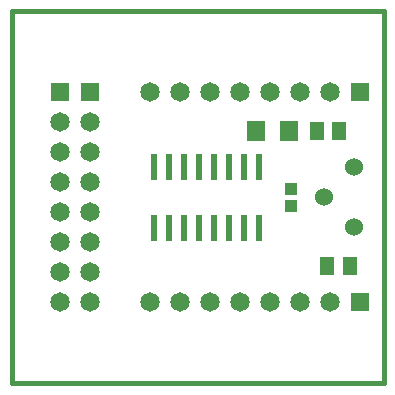
<source format=gts>
G04 (created by PCBNEW (2013-02-09 BZR 3938)-testing) date Sat 09 Feb 2013 11:14:46 PM CET*
%MOIN*%
G04 Gerber Fmt 3.4, Leading zero omitted, Abs format*
%FSLAX34Y34*%
G01*
G70*
G90*
G04 APERTURE LIST*
%ADD10C,2.3622e-06*%
%ADD11C,0.015*%
%ADD12R,0.0649606X0.0649606*%
%ADD13C,0.0649606*%
%ADD14C,0.06*%
%ADD15R,0.0236X0.0866*%
%ADD16R,0.0511X0.059*%
%ADD17R,0.0629X0.0708*%
%ADD18R,0.04X0.04*%
G04 APERTURE END LIST*
G54D10*
G54D11*
X54100Y-17400D02*
X41700Y-17400D01*
X54100Y-29800D02*
X54100Y-17400D01*
X41700Y-29800D02*
X54100Y-29800D01*
X41700Y-17400D02*
X41700Y-29800D01*
G54D12*
X43300Y-20100D03*
G54D13*
X43300Y-21100D03*
X43300Y-22100D03*
X43300Y-23100D03*
X43300Y-24100D03*
X43300Y-25100D03*
X43300Y-26100D03*
X43300Y-27100D03*
G54D12*
X44300Y-20100D03*
G54D13*
X44300Y-21100D03*
X44300Y-22100D03*
X44300Y-23100D03*
X44300Y-24100D03*
X44300Y-25100D03*
X44300Y-26100D03*
X44300Y-27100D03*
G54D12*
X53300Y-27100D03*
G54D13*
X52300Y-27100D03*
X51300Y-27100D03*
X50300Y-27100D03*
X49300Y-27100D03*
X48300Y-27100D03*
X47300Y-27100D03*
X46300Y-27100D03*
G54D12*
X53300Y-20100D03*
G54D13*
X52300Y-20100D03*
X51300Y-20100D03*
X50300Y-20100D03*
X49300Y-20100D03*
X48300Y-20100D03*
X47300Y-20100D03*
X46300Y-20100D03*
G54D14*
X53100Y-24600D03*
X52100Y-23600D03*
X53100Y-22600D03*
G54D15*
X49950Y-22577D03*
X49450Y-22577D03*
X48950Y-22577D03*
X48450Y-22577D03*
X47950Y-22577D03*
X47450Y-22577D03*
X46950Y-22577D03*
X46450Y-22577D03*
X46450Y-24623D03*
X46950Y-24623D03*
X47450Y-24623D03*
X47950Y-24623D03*
X48450Y-24623D03*
X48950Y-24623D03*
X49450Y-24623D03*
X49950Y-24623D03*
G54D16*
X52974Y-25900D03*
X52226Y-25900D03*
G54D17*
X50952Y-21384D03*
X49850Y-21384D03*
G54D16*
X51876Y-21400D03*
X52624Y-21400D03*
G54D18*
X51000Y-23325D03*
X51000Y-23875D03*
M02*

</source>
